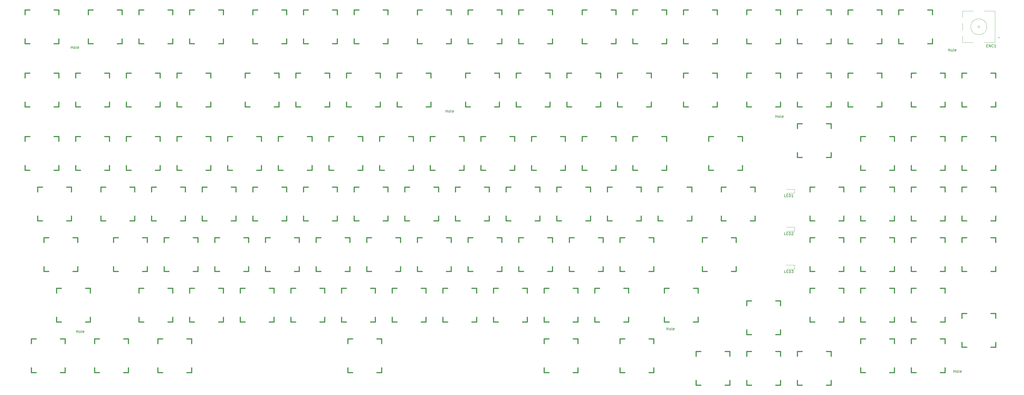
<source format=gto>
G04 #@! TF.GenerationSoftware,KiCad,Pcbnew,(5.0.1)-4*
G04 #@! TF.CreationDate,2018-12-08T05:26:55-08:00*
G04 #@! TF.ProjectId,cbc1,636263312E6B696361645F7063620000,rev?*
G04 #@! TF.SameCoordinates,Original*
G04 #@! TF.FileFunction,Legend,Top*
G04 #@! TF.FilePolarity,Positive*
%FSLAX46Y46*%
G04 Gerber Fmt 4.6, Leading zero omitted, Abs format (unit mm)*
G04 Created by KiCad (PCBNEW (5.0.1)-4) date 12/8/2018 5:26:55 AM*
%MOMM*%
%LPD*%
G01*
G04 APERTURE LIST*
%ADD10C,0.381000*%
%ADD11C,0.120000*%
%ADD12C,0.150000*%
G04 APERTURE END LIST*
D10*
G04 #@! TO.C,K6:5*
X155540750Y-147000000D02*
X157318750Y-147000000D01*
X144618750Y-147000000D02*
X146396750Y-147000000D01*
X144618750Y-148778000D02*
X144618750Y-147000000D01*
X144618750Y-159700000D02*
X144618750Y-157922000D01*
X146396750Y-159700000D02*
X144618750Y-159700000D01*
X157318750Y-159700000D02*
X155540750Y-159700000D01*
X157318750Y-157922000D02*
X157318750Y-159700000D01*
X157318750Y-147000000D02*
X157318750Y-148778000D01*
G04 #@! TO.C,K2:13*
X293050000Y-70800000D02*
X293050000Y-72578000D01*
X293050000Y-81722000D02*
X293050000Y-83500000D01*
X293050000Y-83500000D02*
X291272000Y-83500000D01*
X282128000Y-83500000D02*
X280350000Y-83500000D01*
X280350000Y-83500000D02*
X280350000Y-81722000D01*
X280350000Y-72578000D02*
X280350000Y-70800000D01*
X280350000Y-70800000D02*
X282128000Y-70800000D01*
X291272000Y-70800000D02*
X293050000Y-70800000D01*
G04 #@! TO.C,K0:0*
X35875000Y-23175000D02*
X35875000Y-24953000D01*
X35875000Y-34097000D02*
X35875000Y-35875000D01*
X35875000Y-35875000D02*
X34097000Y-35875000D01*
X24953000Y-35875000D02*
X23175000Y-35875000D01*
X23175000Y-35875000D02*
X23175000Y-34097000D01*
X23175000Y-24953000D02*
X23175000Y-23175000D01*
X23175000Y-23175000D02*
X24953000Y-23175000D01*
X34097000Y-23175000D02*
X35875000Y-23175000D01*
G04 #@! TO.C,K0:1*
X59687500Y-23175000D02*
X59687500Y-24953000D01*
X59687500Y-34097000D02*
X59687500Y-35875000D01*
X59687500Y-35875000D02*
X57909500Y-35875000D01*
X48765500Y-35875000D02*
X46987500Y-35875000D01*
X46987500Y-35875000D02*
X46987500Y-34097000D01*
X46987500Y-24953000D02*
X46987500Y-23175000D01*
X46987500Y-23175000D02*
X48765500Y-23175000D01*
X57909500Y-23175000D02*
X59687500Y-23175000D01*
G04 #@! TO.C,K0:2*
X76959500Y-23175000D02*
X78737500Y-23175000D01*
X66037500Y-23175000D02*
X67815500Y-23175000D01*
X66037500Y-24953000D02*
X66037500Y-23175000D01*
X66037500Y-35875000D02*
X66037500Y-34097000D01*
X67815500Y-35875000D02*
X66037500Y-35875000D01*
X78737500Y-35875000D02*
X76959500Y-35875000D01*
X78737500Y-34097000D02*
X78737500Y-35875000D01*
X78737500Y-23175000D02*
X78737500Y-24953000D01*
G04 #@! TO.C,K0:3*
X96009500Y-23175000D02*
X97787500Y-23175000D01*
X85087500Y-23175000D02*
X86865500Y-23175000D01*
X85087500Y-24953000D02*
X85087500Y-23175000D01*
X85087500Y-35875000D02*
X85087500Y-34097000D01*
X86865500Y-35875000D02*
X85087500Y-35875000D01*
X97787500Y-35875000D02*
X96009500Y-35875000D01*
X97787500Y-34097000D02*
X97787500Y-35875000D01*
X97787500Y-23175000D02*
X97787500Y-24953000D01*
G04 #@! TO.C,K0:4*
X119822000Y-23175000D02*
X121600000Y-23175000D01*
X108900000Y-23175000D02*
X110678000Y-23175000D01*
X108900000Y-24953000D02*
X108900000Y-23175000D01*
X108900000Y-35875000D02*
X108900000Y-34097000D01*
X110678000Y-35875000D02*
X108900000Y-35875000D01*
X121600000Y-35875000D02*
X119822000Y-35875000D01*
X121600000Y-34097000D02*
X121600000Y-35875000D01*
X121600000Y-23175000D02*
X121600000Y-24953000D01*
G04 #@! TO.C,K0:5*
X138872000Y-23175000D02*
X140650000Y-23175000D01*
X127950000Y-23175000D02*
X129728000Y-23175000D01*
X127950000Y-24953000D02*
X127950000Y-23175000D01*
X127950000Y-35875000D02*
X127950000Y-34097000D01*
X129728000Y-35875000D02*
X127950000Y-35875000D01*
X140650000Y-35875000D02*
X138872000Y-35875000D01*
X140650000Y-34097000D02*
X140650000Y-35875000D01*
X140650000Y-23175000D02*
X140650000Y-24953000D01*
G04 #@! TO.C,K0:6*
X159700000Y-23175000D02*
X159700000Y-24953000D01*
X159700000Y-34097000D02*
X159700000Y-35875000D01*
X159700000Y-35875000D02*
X157922000Y-35875000D01*
X148778000Y-35875000D02*
X147000000Y-35875000D01*
X147000000Y-35875000D02*
X147000000Y-34097000D01*
X147000000Y-24953000D02*
X147000000Y-23175000D01*
X147000000Y-23175000D02*
X148778000Y-23175000D01*
X157922000Y-23175000D02*
X159700000Y-23175000D01*
G04 #@! TO.C,K0:7*
X181734500Y-23175000D02*
X183512500Y-23175000D01*
X170812500Y-23175000D02*
X172590500Y-23175000D01*
X170812500Y-24953000D02*
X170812500Y-23175000D01*
X170812500Y-35875000D02*
X170812500Y-34097000D01*
X172590500Y-35875000D02*
X170812500Y-35875000D01*
X183512500Y-35875000D02*
X181734500Y-35875000D01*
X183512500Y-34097000D02*
X183512500Y-35875000D01*
X183512500Y-23175000D02*
X183512500Y-24953000D01*
G04 #@! TO.C,K0:8*
X200784500Y-23175000D02*
X202562500Y-23175000D01*
X189862500Y-23175000D02*
X191640500Y-23175000D01*
X189862500Y-24953000D02*
X189862500Y-23175000D01*
X189862500Y-35875000D02*
X189862500Y-34097000D01*
X191640500Y-35875000D02*
X189862500Y-35875000D01*
X202562500Y-35875000D02*
X200784500Y-35875000D01*
X202562500Y-34097000D02*
X202562500Y-35875000D01*
X202562500Y-23175000D02*
X202562500Y-24953000D01*
G04 #@! TO.C,K0:9*
X221612500Y-23175000D02*
X221612500Y-24953000D01*
X221612500Y-34097000D02*
X221612500Y-35875000D01*
X221612500Y-35875000D02*
X219834500Y-35875000D01*
X210690500Y-35875000D02*
X208912500Y-35875000D01*
X208912500Y-35875000D02*
X208912500Y-34097000D01*
X208912500Y-24953000D02*
X208912500Y-23175000D01*
X208912500Y-23175000D02*
X210690500Y-23175000D01*
X219834500Y-23175000D02*
X221612500Y-23175000D01*
G04 #@! TO.C,K0:10*
X245425000Y-23175000D02*
X245425000Y-24953000D01*
X245425000Y-34097000D02*
X245425000Y-35875000D01*
X245425000Y-35875000D02*
X243647000Y-35875000D01*
X234503000Y-35875000D02*
X232725000Y-35875000D01*
X232725000Y-35875000D02*
X232725000Y-34097000D01*
X232725000Y-24953000D02*
X232725000Y-23175000D01*
X232725000Y-23175000D02*
X234503000Y-23175000D01*
X243647000Y-23175000D02*
X245425000Y-23175000D01*
G04 #@! TO.C,K0:11*
X262697000Y-23175000D02*
X264475000Y-23175000D01*
X251775000Y-23175000D02*
X253553000Y-23175000D01*
X251775000Y-24953000D02*
X251775000Y-23175000D01*
X251775000Y-35875000D02*
X251775000Y-34097000D01*
X253553000Y-35875000D02*
X251775000Y-35875000D01*
X264475000Y-35875000D02*
X262697000Y-35875000D01*
X264475000Y-34097000D02*
X264475000Y-35875000D01*
X264475000Y-23175000D02*
X264475000Y-24953000D01*
G04 #@! TO.C,K0:12*
X281747000Y-23175000D02*
X283525000Y-23175000D01*
X270825000Y-23175000D02*
X272603000Y-23175000D01*
X270825000Y-24953000D02*
X270825000Y-23175000D01*
X270825000Y-35875000D02*
X270825000Y-34097000D01*
X272603000Y-35875000D02*
X270825000Y-35875000D01*
X283525000Y-35875000D02*
X281747000Y-35875000D01*
X283525000Y-34097000D02*
X283525000Y-35875000D01*
X283525000Y-23175000D02*
X283525000Y-24953000D01*
G04 #@! TO.C,K0:13*
X307337500Y-23175000D02*
X307337500Y-24953000D01*
X307337500Y-34097000D02*
X307337500Y-35875000D01*
X307337500Y-35875000D02*
X305559500Y-35875000D01*
X296415500Y-35875000D02*
X294637500Y-35875000D01*
X294637500Y-35875000D02*
X294637500Y-34097000D01*
X294637500Y-24953000D02*
X294637500Y-23175000D01*
X294637500Y-23175000D02*
X296415500Y-23175000D01*
X305559500Y-23175000D02*
X307337500Y-23175000D01*
G04 #@! TO.C,K0:14*
X326387500Y-23175000D02*
X326387500Y-24953000D01*
X326387500Y-34097000D02*
X326387500Y-35875000D01*
X326387500Y-35875000D02*
X324609500Y-35875000D01*
X315465500Y-35875000D02*
X313687500Y-35875000D01*
X313687500Y-35875000D02*
X313687500Y-34097000D01*
X313687500Y-24953000D02*
X313687500Y-23175000D01*
X313687500Y-23175000D02*
X315465500Y-23175000D01*
X324609500Y-23175000D02*
X326387500Y-23175000D01*
G04 #@! TO.C,K0:15*
X343659500Y-23175000D02*
X345437500Y-23175000D01*
X332737500Y-23175000D02*
X334515500Y-23175000D01*
X332737500Y-24953000D02*
X332737500Y-23175000D01*
X332737500Y-35875000D02*
X332737500Y-34097000D01*
X334515500Y-35875000D02*
X332737500Y-35875000D01*
X345437500Y-35875000D02*
X343659500Y-35875000D01*
X345437500Y-34097000D02*
X345437500Y-35875000D01*
X345437500Y-23175000D02*
X345437500Y-24953000D01*
G04 #@! TO.C,K0:16*
X364487500Y-23175000D02*
X364487500Y-24953000D01*
X364487500Y-34097000D02*
X364487500Y-35875000D01*
X364487500Y-35875000D02*
X362709500Y-35875000D01*
X353565500Y-35875000D02*
X351787500Y-35875000D01*
X351787500Y-35875000D02*
X351787500Y-34097000D01*
X351787500Y-24953000D02*
X351787500Y-23175000D01*
X351787500Y-23175000D02*
X353565500Y-23175000D01*
X362709500Y-23175000D02*
X364487500Y-23175000D01*
G04 #@! TO.C,K1:0*
X34097000Y-46987500D02*
X35875000Y-46987500D01*
X23175000Y-46987500D02*
X24953000Y-46987500D01*
X23175000Y-48765500D02*
X23175000Y-46987500D01*
X23175000Y-59687500D02*
X23175000Y-57909500D01*
X24953000Y-59687500D02*
X23175000Y-59687500D01*
X35875000Y-59687500D02*
X34097000Y-59687500D01*
X35875000Y-57909500D02*
X35875000Y-59687500D01*
X35875000Y-46987500D02*
X35875000Y-48765500D01*
G04 #@! TO.C,K1:1*
X54925000Y-46987500D02*
X54925000Y-48765500D01*
X54925000Y-57909500D02*
X54925000Y-59687500D01*
X54925000Y-59687500D02*
X53147000Y-59687500D01*
X44003000Y-59687500D02*
X42225000Y-59687500D01*
X42225000Y-59687500D02*
X42225000Y-57909500D01*
X42225000Y-48765500D02*
X42225000Y-46987500D01*
X42225000Y-46987500D02*
X44003000Y-46987500D01*
X53147000Y-46987500D02*
X54925000Y-46987500D01*
G04 #@! TO.C,K1:2*
X72197000Y-46987500D02*
X73975000Y-46987500D01*
X61275000Y-46987500D02*
X63053000Y-46987500D01*
X61275000Y-48765500D02*
X61275000Y-46987500D01*
X61275000Y-59687500D02*
X61275000Y-57909500D01*
X63053000Y-59687500D02*
X61275000Y-59687500D01*
X73975000Y-59687500D02*
X72197000Y-59687500D01*
X73975000Y-57909500D02*
X73975000Y-59687500D01*
X73975000Y-46987500D02*
X73975000Y-48765500D01*
G04 #@! TO.C,K1:3*
X91247000Y-46987500D02*
X93025000Y-46987500D01*
X80325000Y-46987500D02*
X82103000Y-46987500D01*
X80325000Y-48765500D02*
X80325000Y-46987500D01*
X80325000Y-59687500D02*
X80325000Y-57909500D01*
X82103000Y-59687500D02*
X80325000Y-59687500D01*
X93025000Y-59687500D02*
X91247000Y-59687500D01*
X93025000Y-57909500D02*
X93025000Y-59687500D01*
X93025000Y-46987500D02*
X93025000Y-48765500D01*
G04 #@! TO.C,K1:4*
X118742500Y-46987500D02*
X118742500Y-48765500D01*
X118742500Y-57909500D02*
X118742500Y-59687500D01*
X118742500Y-59687500D02*
X116964500Y-59687500D01*
X107820500Y-59687500D02*
X106042500Y-59687500D01*
X106042500Y-59687500D02*
X106042500Y-57909500D01*
X106042500Y-48765500D02*
X106042500Y-46987500D01*
X106042500Y-46987500D02*
X107820500Y-46987500D01*
X116964500Y-46987500D02*
X118742500Y-46987500D01*
G04 #@! TO.C,K1:5*
X137792500Y-46987500D02*
X137792500Y-48765500D01*
X137792500Y-57909500D02*
X137792500Y-59687500D01*
X137792500Y-59687500D02*
X136014500Y-59687500D01*
X126870500Y-59687500D02*
X125092500Y-59687500D01*
X125092500Y-59687500D02*
X125092500Y-57909500D01*
X125092500Y-48765500D02*
X125092500Y-46987500D01*
X125092500Y-46987500D02*
X126870500Y-46987500D01*
X136014500Y-46987500D02*
X137792500Y-46987500D01*
G04 #@! TO.C,K1:6*
X155064500Y-46987500D02*
X156842500Y-46987500D01*
X144142500Y-46987500D02*
X145920500Y-46987500D01*
X144142500Y-48765500D02*
X144142500Y-46987500D01*
X144142500Y-59687500D02*
X144142500Y-57909500D01*
X145920500Y-59687500D02*
X144142500Y-59687500D01*
X156842500Y-59687500D02*
X155064500Y-59687500D01*
X156842500Y-57909500D02*
X156842500Y-59687500D01*
X156842500Y-46987500D02*
X156842500Y-48765500D01*
G04 #@! TO.C,K1:7*
X175892500Y-46987500D02*
X175892500Y-48765500D01*
X175892500Y-57909500D02*
X175892500Y-59687500D01*
X175892500Y-59687500D02*
X174114500Y-59687500D01*
X164970500Y-59687500D02*
X163192500Y-59687500D01*
X163192500Y-59687500D02*
X163192500Y-57909500D01*
X163192500Y-48765500D02*
X163192500Y-46987500D01*
X163192500Y-46987500D02*
X164970500Y-46987500D01*
X174114500Y-46987500D02*
X175892500Y-46987500D01*
G04 #@! TO.C,K1:8*
X199832000Y-46987500D02*
X201610000Y-46987500D01*
X188910000Y-46987500D02*
X190688000Y-46987500D01*
X188910000Y-48765500D02*
X188910000Y-46987500D01*
X188910000Y-59687500D02*
X188910000Y-57909500D01*
X190688000Y-59687500D02*
X188910000Y-59687500D01*
X201610000Y-59687500D02*
X199832000Y-59687500D01*
X201610000Y-57909500D02*
X201610000Y-59687500D01*
X201610000Y-46987500D02*
X201610000Y-48765500D01*
G04 #@! TO.C,K1:9*
X218882000Y-46987500D02*
X220660000Y-46987500D01*
X207960000Y-46987500D02*
X209738000Y-46987500D01*
X207960000Y-48765500D02*
X207960000Y-46987500D01*
X207960000Y-59687500D02*
X207960000Y-57909500D01*
X209738000Y-59687500D02*
X207960000Y-59687500D01*
X220660000Y-59687500D02*
X218882000Y-59687500D01*
X220660000Y-57909500D02*
X220660000Y-59687500D01*
X220660000Y-46987500D02*
X220660000Y-48765500D01*
G04 #@! TO.C,K1:10*
X237932000Y-46987500D02*
X239710000Y-46987500D01*
X227010000Y-46987500D02*
X228788000Y-46987500D01*
X227010000Y-48765500D02*
X227010000Y-46987500D01*
X227010000Y-59687500D02*
X227010000Y-57909500D01*
X228788000Y-59687500D02*
X227010000Y-59687500D01*
X239710000Y-59687500D02*
X237932000Y-59687500D01*
X239710000Y-57909500D02*
X239710000Y-59687500D01*
X239710000Y-46987500D02*
X239710000Y-48765500D01*
G04 #@! TO.C,K1:11*
X258760000Y-46987500D02*
X258760000Y-48765500D01*
X258760000Y-57909500D02*
X258760000Y-59687500D01*
X258760000Y-59687500D02*
X256982000Y-59687500D01*
X247838000Y-59687500D02*
X246060000Y-59687500D01*
X246060000Y-59687500D02*
X246060000Y-57909500D01*
X246060000Y-48765500D02*
X246060000Y-46987500D01*
X246060000Y-46987500D02*
X247838000Y-46987500D01*
X256982000Y-46987500D02*
X258760000Y-46987500D01*
G04 #@! TO.C,K1:12*
X283525000Y-46987500D02*
X283525000Y-48765500D01*
X283525000Y-57909500D02*
X283525000Y-59687500D01*
X283525000Y-59687500D02*
X281747000Y-59687500D01*
X272603000Y-59687500D02*
X270825000Y-59687500D01*
X270825000Y-59687500D02*
X270825000Y-57909500D01*
X270825000Y-48765500D02*
X270825000Y-46987500D01*
X270825000Y-46987500D02*
X272603000Y-46987500D01*
X281747000Y-46987500D02*
X283525000Y-46987500D01*
G04 #@! TO.C,K1:13*
X307337500Y-46987500D02*
X307337500Y-48765500D01*
X307337500Y-57909500D02*
X307337500Y-59687500D01*
X307337500Y-59687500D02*
X305559500Y-59687500D01*
X296415500Y-59687500D02*
X294637500Y-59687500D01*
X294637500Y-59687500D02*
X294637500Y-57909500D01*
X294637500Y-48765500D02*
X294637500Y-46987500D01*
X294637500Y-46987500D02*
X296415500Y-46987500D01*
X305559500Y-46987500D02*
X307337500Y-46987500D01*
G04 #@! TO.C,K1:14*
X324609500Y-46987500D02*
X326387500Y-46987500D01*
X313687500Y-46987500D02*
X315465500Y-46987500D01*
X313687500Y-48765500D02*
X313687500Y-46987500D01*
X313687500Y-59687500D02*
X313687500Y-57909500D01*
X315465500Y-59687500D02*
X313687500Y-59687500D01*
X326387500Y-59687500D02*
X324609500Y-59687500D01*
X326387500Y-57909500D02*
X326387500Y-59687500D01*
X326387500Y-46987500D02*
X326387500Y-48765500D01*
G04 #@! TO.C,K1:15*
X345437500Y-46987500D02*
X345437500Y-48765500D01*
X345437500Y-57909500D02*
X345437500Y-59687500D01*
X345437500Y-59687500D02*
X343659500Y-59687500D01*
X334515500Y-59687500D02*
X332737500Y-59687500D01*
X332737500Y-59687500D02*
X332737500Y-57909500D01*
X332737500Y-48765500D02*
X332737500Y-46987500D01*
X332737500Y-46987500D02*
X334515500Y-46987500D01*
X343659500Y-46987500D02*
X345437500Y-46987500D01*
G04 #@! TO.C,K1:16*
X367472000Y-46987500D02*
X369250000Y-46987500D01*
X356550000Y-46987500D02*
X358328000Y-46987500D01*
X356550000Y-48765500D02*
X356550000Y-46987500D01*
X356550000Y-59687500D02*
X356550000Y-57909500D01*
X358328000Y-59687500D02*
X356550000Y-59687500D01*
X369250000Y-59687500D02*
X367472000Y-59687500D01*
X369250000Y-57909500D02*
X369250000Y-59687500D01*
X369250000Y-46987500D02*
X369250000Y-48765500D01*
G04 #@! TO.C,K1:17*
X388300000Y-46987500D02*
X388300000Y-48765500D01*
X388300000Y-57909500D02*
X388300000Y-59687500D01*
X388300000Y-59687500D02*
X386522000Y-59687500D01*
X377378000Y-59687500D02*
X375600000Y-59687500D01*
X375600000Y-59687500D02*
X375600000Y-57909500D01*
X375600000Y-48765500D02*
X375600000Y-46987500D01*
X375600000Y-46987500D02*
X377378000Y-46987500D01*
X386522000Y-46987500D02*
X388300000Y-46987500D01*
G04 #@! TO.C,K2:0*
X35875000Y-70800000D02*
X35875000Y-72578000D01*
X35875000Y-81722000D02*
X35875000Y-83500000D01*
X35875000Y-83500000D02*
X34097000Y-83500000D01*
X24953000Y-83500000D02*
X23175000Y-83500000D01*
X23175000Y-83500000D02*
X23175000Y-81722000D01*
X23175000Y-72578000D02*
X23175000Y-70800000D01*
X23175000Y-70800000D02*
X24953000Y-70800000D01*
X34097000Y-70800000D02*
X35875000Y-70800000D01*
G04 #@! TO.C,K2:1*
X53147000Y-70800000D02*
X54925000Y-70800000D01*
X42225000Y-70800000D02*
X44003000Y-70800000D01*
X42225000Y-72578000D02*
X42225000Y-70800000D01*
X42225000Y-83500000D02*
X42225000Y-81722000D01*
X44003000Y-83500000D02*
X42225000Y-83500000D01*
X54925000Y-83500000D02*
X53147000Y-83500000D01*
X54925000Y-81722000D02*
X54925000Y-83500000D01*
X54925000Y-70800000D02*
X54925000Y-72578000D01*
G04 #@! TO.C,K2:2*
X72197000Y-70800000D02*
X73975000Y-70800000D01*
X61275000Y-70800000D02*
X63053000Y-70800000D01*
X61275000Y-72578000D02*
X61275000Y-70800000D01*
X61275000Y-83500000D02*
X61275000Y-81722000D01*
X63053000Y-83500000D02*
X61275000Y-83500000D01*
X73975000Y-83500000D02*
X72197000Y-83500000D01*
X73975000Y-81722000D02*
X73975000Y-83500000D01*
X73975000Y-70800000D02*
X73975000Y-72578000D01*
G04 #@! TO.C,K2:3*
X91247000Y-70800000D02*
X93025000Y-70800000D01*
X80325000Y-70800000D02*
X82103000Y-70800000D01*
X80325000Y-72578000D02*
X80325000Y-70800000D01*
X80325000Y-83500000D02*
X80325000Y-81722000D01*
X82103000Y-83500000D02*
X80325000Y-83500000D01*
X93025000Y-83500000D02*
X91247000Y-83500000D01*
X93025000Y-81722000D02*
X93025000Y-83500000D01*
X93025000Y-70800000D02*
X93025000Y-72578000D01*
G04 #@! TO.C,K2:4*
X112075000Y-70800000D02*
X112075000Y-72578000D01*
X112075000Y-81722000D02*
X112075000Y-83500000D01*
X112075000Y-83500000D02*
X110297000Y-83500000D01*
X101153000Y-83500000D02*
X99375000Y-83500000D01*
X99375000Y-83500000D02*
X99375000Y-81722000D01*
X99375000Y-72578000D02*
X99375000Y-70800000D01*
X99375000Y-70800000D02*
X101153000Y-70800000D01*
X110297000Y-70800000D02*
X112075000Y-70800000D01*
G04 #@! TO.C,K2:5*
X129347000Y-70800000D02*
X131125000Y-70800000D01*
X118425000Y-70800000D02*
X120203000Y-70800000D01*
X118425000Y-72578000D02*
X118425000Y-70800000D01*
X118425000Y-83500000D02*
X118425000Y-81722000D01*
X120203000Y-83500000D02*
X118425000Y-83500000D01*
X131125000Y-83500000D02*
X129347000Y-83500000D01*
X131125000Y-81722000D02*
X131125000Y-83500000D01*
X131125000Y-70800000D02*
X131125000Y-72578000D01*
G04 #@! TO.C,K2:6*
X148397000Y-70800000D02*
X150175000Y-70800000D01*
X137475000Y-70800000D02*
X139253000Y-70800000D01*
X137475000Y-72578000D02*
X137475000Y-70800000D01*
X137475000Y-83500000D02*
X137475000Y-81722000D01*
X139253000Y-83500000D02*
X137475000Y-83500000D01*
X150175000Y-83500000D02*
X148397000Y-83500000D01*
X150175000Y-81722000D02*
X150175000Y-83500000D01*
X150175000Y-70800000D02*
X150175000Y-72578000D01*
G04 #@! TO.C,K2:7*
X169225000Y-70800000D02*
X169225000Y-72578000D01*
X169225000Y-81722000D02*
X169225000Y-83500000D01*
X169225000Y-83500000D02*
X167447000Y-83500000D01*
X158303000Y-83500000D02*
X156525000Y-83500000D01*
X156525000Y-83500000D02*
X156525000Y-81722000D01*
X156525000Y-72578000D02*
X156525000Y-70800000D01*
X156525000Y-70800000D02*
X158303000Y-70800000D01*
X167447000Y-70800000D02*
X169225000Y-70800000D01*
G04 #@! TO.C,K2:8*
X188275000Y-70800000D02*
X188275000Y-72578000D01*
X188275000Y-81722000D02*
X188275000Y-83500000D01*
X188275000Y-83500000D02*
X186497000Y-83500000D01*
X177353000Y-83500000D02*
X175575000Y-83500000D01*
X175575000Y-83500000D02*
X175575000Y-81722000D01*
X175575000Y-72578000D02*
X175575000Y-70800000D01*
X175575000Y-70800000D02*
X177353000Y-70800000D01*
X186497000Y-70800000D02*
X188275000Y-70800000D01*
G04 #@! TO.C,K2:9*
X205547000Y-70800000D02*
X207325000Y-70800000D01*
X194625000Y-70800000D02*
X196403000Y-70800000D01*
X194625000Y-72578000D02*
X194625000Y-70800000D01*
X194625000Y-83500000D02*
X194625000Y-81722000D01*
X196403000Y-83500000D02*
X194625000Y-83500000D01*
X207325000Y-83500000D02*
X205547000Y-83500000D01*
X207325000Y-81722000D02*
X207325000Y-83500000D01*
X207325000Y-70800000D02*
X207325000Y-72578000D01*
G04 #@! TO.C,K2:10*
X224597000Y-70800000D02*
X226375000Y-70800000D01*
X213675000Y-70800000D02*
X215453000Y-70800000D01*
X213675000Y-72578000D02*
X213675000Y-70800000D01*
X213675000Y-83500000D02*
X213675000Y-81722000D01*
X215453000Y-83500000D02*
X213675000Y-83500000D01*
X226375000Y-83500000D02*
X224597000Y-83500000D01*
X226375000Y-81722000D02*
X226375000Y-83500000D01*
X226375000Y-70800000D02*
X226375000Y-72578000D01*
G04 #@! TO.C,K2:11*
X243647000Y-70800000D02*
X245425000Y-70800000D01*
X232725000Y-70800000D02*
X234503000Y-70800000D01*
X232725000Y-72578000D02*
X232725000Y-70800000D01*
X232725000Y-83500000D02*
X232725000Y-81722000D01*
X234503000Y-83500000D02*
X232725000Y-83500000D01*
X245425000Y-83500000D02*
X243647000Y-83500000D01*
X245425000Y-81722000D02*
X245425000Y-83500000D01*
X245425000Y-70800000D02*
X245425000Y-72578000D01*
G04 #@! TO.C,K2:12*
X264475000Y-70800000D02*
X264475000Y-72578000D01*
X264475000Y-81722000D02*
X264475000Y-83500000D01*
X264475000Y-83500000D02*
X262697000Y-83500000D01*
X253553000Y-83500000D02*
X251775000Y-83500000D01*
X251775000Y-83500000D02*
X251775000Y-81722000D01*
X251775000Y-72578000D02*
X251775000Y-70800000D01*
X251775000Y-70800000D02*
X253553000Y-70800000D01*
X262697000Y-70800000D02*
X264475000Y-70800000D01*
G04 #@! TO.C,K2:14*
X326387500Y-66037500D02*
X326387500Y-67815500D01*
X326387500Y-76959500D02*
X326387500Y-78737500D01*
X326387500Y-78737500D02*
X324609500Y-78737500D01*
X315465500Y-78737500D02*
X313687500Y-78737500D01*
X313687500Y-78737500D02*
X313687500Y-76959500D01*
X313687500Y-67815500D02*
X313687500Y-66037500D01*
X313687500Y-66037500D02*
X315465500Y-66037500D01*
X324609500Y-66037500D02*
X326387500Y-66037500D01*
G04 #@! TO.C,K2:15*
X350200000Y-70800000D02*
X350200000Y-72578000D01*
X350200000Y-81722000D02*
X350200000Y-83500000D01*
X350200000Y-83500000D02*
X348422000Y-83500000D01*
X339278000Y-83500000D02*
X337500000Y-83500000D01*
X337500000Y-83500000D02*
X337500000Y-81722000D01*
X337500000Y-72578000D02*
X337500000Y-70800000D01*
X337500000Y-70800000D02*
X339278000Y-70800000D01*
X348422000Y-70800000D02*
X350200000Y-70800000D01*
G04 #@! TO.C,K2:16*
X369250000Y-70800000D02*
X369250000Y-72578000D01*
X369250000Y-81722000D02*
X369250000Y-83500000D01*
X369250000Y-83500000D02*
X367472000Y-83500000D01*
X358328000Y-83500000D02*
X356550000Y-83500000D01*
X356550000Y-83500000D02*
X356550000Y-81722000D01*
X356550000Y-72578000D02*
X356550000Y-70800000D01*
X356550000Y-70800000D02*
X358328000Y-70800000D01*
X367472000Y-70800000D02*
X369250000Y-70800000D01*
G04 #@! TO.C,K2:17*
X386522000Y-70800000D02*
X388300000Y-70800000D01*
X375600000Y-70800000D02*
X377378000Y-70800000D01*
X375600000Y-72578000D02*
X375600000Y-70800000D01*
X375600000Y-83500000D02*
X375600000Y-81722000D01*
X377378000Y-83500000D02*
X375600000Y-83500000D01*
X388300000Y-83500000D02*
X386522000Y-83500000D01*
X388300000Y-81722000D02*
X388300000Y-83500000D01*
X388300000Y-70800000D02*
X388300000Y-72578000D01*
G04 #@! TO.C,K3:0*
X38859500Y-89850000D02*
X40637500Y-89850000D01*
X27937500Y-89850000D02*
X29715500Y-89850000D01*
X27937500Y-91628000D02*
X27937500Y-89850000D01*
X27937500Y-102550000D02*
X27937500Y-100772000D01*
X29715500Y-102550000D02*
X27937500Y-102550000D01*
X40637500Y-102550000D02*
X38859500Y-102550000D01*
X40637500Y-100772000D02*
X40637500Y-102550000D01*
X40637500Y-89850000D02*
X40637500Y-91628000D01*
G04 #@! TO.C,K3:1*
X64450000Y-89850000D02*
X64450000Y-91628000D01*
X64450000Y-100772000D02*
X64450000Y-102550000D01*
X64450000Y-102550000D02*
X62672000Y-102550000D01*
X53528000Y-102550000D02*
X51750000Y-102550000D01*
X51750000Y-102550000D02*
X51750000Y-100772000D01*
X51750000Y-91628000D02*
X51750000Y-89850000D01*
X51750000Y-89850000D02*
X53528000Y-89850000D01*
X62672000Y-89850000D02*
X64450000Y-89850000D01*
G04 #@! TO.C,K3:2*
X83500000Y-89850000D02*
X83500000Y-91628000D01*
X83500000Y-100772000D02*
X83500000Y-102550000D01*
X83500000Y-102550000D02*
X81722000Y-102550000D01*
X72578000Y-102550000D02*
X70800000Y-102550000D01*
X70800000Y-102550000D02*
X70800000Y-100772000D01*
X70800000Y-91628000D02*
X70800000Y-89850000D01*
X70800000Y-89850000D02*
X72578000Y-89850000D01*
X81722000Y-89850000D02*
X83500000Y-89850000D01*
G04 #@! TO.C,K3:3*
X100772000Y-89850000D02*
X102550000Y-89850000D01*
X89850000Y-89850000D02*
X91628000Y-89850000D01*
X89850000Y-91628000D02*
X89850000Y-89850000D01*
X89850000Y-102550000D02*
X89850000Y-100772000D01*
X91628000Y-102550000D02*
X89850000Y-102550000D01*
X102550000Y-102550000D02*
X100772000Y-102550000D01*
X102550000Y-100772000D02*
X102550000Y-102550000D01*
X102550000Y-89850000D02*
X102550000Y-91628000D01*
G04 #@! TO.C,K3:4*
X121600000Y-89850000D02*
X121600000Y-91628000D01*
X121600000Y-100772000D02*
X121600000Y-102550000D01*
X121600000Y-102550000D02*
X119822000Y-102550000D01*
X110678000Y-102550000D02*
X108900000Y-102550000D01*
X108900000Y-102550000D02*
X108900000Y-100772000D01*
X108900000Y-91628000D02*
X108900000Y-89850000D01*
X108900000Y-89850000D02*
X110678000Y-89850000D01*
X119822000Y-89850000D02*
X121600000Y-89850000D01*
G04 #@! TO.C,K3:5*
X138872000Y-89850000D02*
X140650000Y-89850000D01*
X127950000Y-89850000D02*
X129728000Y-89850000D01*
X127950000Y-91628000D02*
X127950000Y-89850000D01*
X127950000Y-102550000D02*
X127950000Y-100772000D01*
X129728000Y-102550000D02*
X127950000Y-102550000D01*
X140650000Y-102550000D02*
X138872000Y-102550000D01*
X140650000Y-100772000D02*
X140650000Y-102550000D01*
X140650000Y-89850000D02*
X140650000Y-91628000D01*
G04 #@! TO.C,K3:6*
X157922000Y-89850000D02*
X159700000Y-89850000D01*
X147000000Y-89850000D02*
X148778000Y-89850000D01*
X147000000Y-91628000D02*
X147000000Y-89850000D01*
X147000000Y-102550000D02*
X147000000Y-100772000D01*
X148778000Y-102550000D02*
X147000000Y-102550000D01*
X159700000Y-102550000D02*
X157922000Y-102550000D01*
X159700000Y-100772000D02*
X159700000Y-102550000D01*
X159700000Y-89850000D02*
X159700000Y-91628000D01*
G04 #@! TO.C,K3:7*
X178750000Y-89850000D02*
X178750000Y-91628000D01*
X178750000Y-100772000D02*
X178750000Y-102550000D01*
X178750000Y-102550000D02*
X176972000Y-102550000D01*
X167828000Y-102550000D02*
X166050000Y-102550000D01*
X166050000Y-102550000D02*
X166050000Y-100772000D01*
X166050000Y-91628000D02*
X166050000Y-89850000D01*
X166050000Y-89850000D02*
X167828000Y-89850000D01*
X176972000Y-89850000D02*
X178750000Y-89850000D01*
G04 #@! TO.C,K3:8*
X197800000Y-89850000D02*
X197800000Y-91628000D01*
X197800000Y-100772000D02*
X197800000Y-102550000D01*
X197800000Y-102550000D02*
X196022000Y-102550000D01*
X186878000Y-102550000D02*
X185100000Y-102550000D01*
X185100000Y-102550000D02*
X185100000Y-100772000D01*
X185100000Y-91628000D02*
X185100000Y-89850000D01*
X185100000Y-89850000D02*
X186878000Y-89850000D01*
X196022000Y-89850000D02*
X197800000Y-89850000D01*
G04 #@! TO.C,K3:9*
X215072000Y-89850000D02*
X216850000Y-89850000D01*
X204150000Y-89850000D02*
X205928000Y-89850000D01*
X204150000Y-91628000D02*
X204150000Y-89850000D01*
X204150000Y-102550000D02*
X204150000Y-100772000D01*
X205928000Y-102550000D02*
X204150000Y-102550000D01*
X216850000Y-102550000D02*
X215072000Y-102550000D01*
X216850000Y-100772000D02*
X216850000Y-102550000D01*
X216850000Y-89850000D02*
X216850000Y-91628000D01*
G04 #@! TO.C,K3:10*
X235900000Y-89850000D02*
X235900000Y-91628000D01*
X235900000Y-100772000D02*
X235900000Y-102550000D01*
X235900000Y-102550000D02*
X234122000Y-102550000D01*
X224978000Y-102550000D02*
X223200000Y-102550000D01*
X223200000Y-102550000D02*
X223200000Y-100772000D01*
X223200000Y-91628000D02*
X223200000Y-89850000D01*
X223200000Y-89850000D02*
X224978000Y-89850000D01*
X234122000Y-89850000D02*
X235900000Y-89850000D01*
G04 #@! TO.C,K3:11*
X254950000Y-89850000D02*
X254950000Y-91628000D01*
X254950000Y-100772000D02*
X254950000Y-102550000D01*
X254950000Y-102550000D02*
X253172000Y-102550000D01*
X244028000Y-102550000D02*
X242250000Y-102550000D01*
X242250000Y-102550000D02*
X242250000Y-100772000D01*
X242250000Y-91628000D02*
X242250000Y-89850000D01*
X242250000Y-89850000D02*
X244028000Y-89850000D01*
X253172000Y-89850000D02*
X254950000Y-89850000D01*
G04 #@! TO.C,K3:12*
X274000000Y-89850000D02*
X274000000Y-91628000D01*
X274000000Y-100772000D02*
X274000000Y-102550000D01*
X274000000Y-102550000D02*
X272222000Y-102550000D01*
X263078000Y-102550000D02*
X261300000Y-102550000D01*
X261300000Y-102550000D02*
X261300000Y-100772000D01*
X261300000Y-91628000D02*
X261300000Y-89850000D01*
X261300000Y-89850000D02*
X263078000Y-89850000D01*
X272222000Y-89850000D02*
X274000000Y-89850000D01*
G04 #@! TO.C,K3:13*
X296034500Y-89850000D02*
X297812500Y-89850000D01*
X285112500Y-89850000D02*
X286890500Y-89850000D01*
X285112500Y-91628000D02*
X285112500Y-89850000D01*
X285112500Y-102550000D02*
X285112500Y-100772000D01*
X286890500Y-102550000D02*
X285112500Y-102550000D01*
X297812500Y-102550000D02*
X296034500Y-102550000D01*
X297812500Y-100772000D02*
X297812500Y-102550000D01*
X297812500Y-89850000D02*
X297812500Y-91628000D01*
G04 #@! TO.C,K3:14*
X331150000Y-89850000D02*
X331150000Y-91628000D01*
X331150000Y-100772000D02*
X331150000Y-102550000D01*
X331150000Y-102550000D02*
X329372000Y-102550000D01*
X320228000Y-102550000D02*
X318450000Y-102550000D01*
X318450000Y-102550000D02*
X318450000Y-100772000D01*
X318450000Y-91628000D02*
X318450000Y-89850000D01*
X318450000Y-89850000D02*
X320228000Y-89850000D01*
X329372000Y-89850000D02*
X331150000Y-89850000D01*
G04 #@! TO.C,K3:15*
X348422000Y-89850000D02*
X350200000Y-89850000D01*
X337500000Y-89850000D02*
X339278000Y-89850000D01*
X337500000Y-91628000D02*
X337500000Y-89850000D01*
X337500000Y-102550000D02*
X337500000Y-100772000D01*
X339278000Y-102550000D02*
X337500000Y-102550000D01*
X350200000Y-102550000D02*
X348422000Y-102550000D01*
X350200000Y-100772000D02*
X350200000Y-102550000D01*
X350200000Y-89850000D02*
X350200000Y-91628000D01*
G04 #@! TO.C,K3:16*
X367472000Y-89850000D02*
X369250000Y-89850000D01*
X356550000Y-89850000D02*
X358328000Y-89850000D01*
X356550000Y-91628000D02*
X356550000Y-89850000D01*
X356550000Y-102550000D02*
X356550000Y-100772000D01*
X358328000Y-102550000D02*
X356550000Y-102550000D01*
X369250000Y-102550000D02*
X367472000Y-102550000D01*
X369250000Y-100772000D02*
X369250000Y-102550000D01*
X369250000Y-89850000D02*
X369250000Y-91628000D01*
G04 #@! TO.C,K3:17*
X388300000Y-89850000D02*
X388300000Y-91628000D01*
X388300000Y-100772000D02*
X388300000Y-102550000D01*
X388300000Y-102550000D02*
X386522000Y-102550000D01*
X377378000Y-102550000D02*
X375600000Y-102550000D01*
X375600000Y-102550000D02*
X375600000Y-100772000D01*
X375600000Y-91628000D02*
X375600000Y-89850000D01*
X375600000Y-89850000D02*
X377378000Y-89850000D01*
X386522000Y-89850000D02*
X388300000Y-89850000D01*
G04 #@! TO.C,K4:0*
X43018750Y-108900000D02*
X43018750Y-110678000D01*
X43018750Y-119822000D02*
X43018750Y-121600000D01*
X43018750Y-121600000D02*
X41240750Y-121600000D01*
X32096750Y-121600000D02*
X30318750Y-121600000D01*
X30318750Y-121600000D02*
X30318750Y-119822000D01*
X30318750Y-110678000D02*
X30318750Y-108900000D01*
X30318750Y-108900000D02*
X32096750Y-108900000D01*
X41240750Y-108900000D02*
X43018750Y-108900000D01*
G04 #@! TO.C,K4:1*
X69212500Y-108900000D02*
X69212500Y-110678000D01*
X69212500Y-119822000D02*
X69212500Y-121600000D01*
X69212500Y-121600000D02*
X67434500Y-121600000D01*
X58290500Y-121600000D02*
X56512500Y-121600000D01*
X56512500Y-121600000D02*
X56512500Y-119822000D01*
X56512500Y-110678000D02*
X56512500Y-108900000D01*
X56512500Y-108900000D02*
X58290500Y-108900000D01*
X67434500Y-108900000D02*
X69212500Y-108900000D01*
G04 #@! TO.C,K4:2*
X88262500Y-108900000D02*
X88262500Y-110678000D01*
X88262500Y-119822000D02*
X88262500Y-121600000D01*
X88262500Y-121600000D02*
X86484500Y-121600000D01*
X77340500Y-121600000D02*
X75562500Y-121600000D01*
X75562500Y-121600000D02*
X75562500Y-119822000D01*
X75562500Y-110678000D02*
X75562500Y-108900000D01*
X75562500Y-108900000D02*
X77340500Y-108900000D01*
X86484500Y-108900000D02*
X88262500Y-108900000D01*
G04 #@! TO.C,K4:3*
X105534500Y-108900000D02*
X107312500Y-108900000D01*
X94612500Y-108900000D02*
X96390500Y-108900000D01*
X94612500Y-110678000D02*
X94612500Y-108900000D01*
X94612500Y-121600000D02*
X94612500Y-119822000D01*
X96390500Y-121600000D02*
X94612500Y-121600000D01*
X107312500Y-121600000D02*
X105534500Y-121600000D01*
X107312500Y-119822000D02*
X107312500Y-121600000D01*
X107312500Y-108900000D02*
X107312500Y-110678000D01*
G04 #@! TO.C,K4:4*
X124584500Y-108900000D02*
X126362500Y-108900000D01*
X113662500Y-108900000D02*
X115440500Y-108900000D01*
X113662500Y-110678000D02*
X113662500Y-108900000D01*
X113662500Y-121600000D02*
X113662500Y-119822000D01*
X115440500Y-121600000D02*
X113662500Y-121600000D01*
X126362500Y-121600000D02*
X124584500Y-121600000D01*
X126362500Y-119822000D02*
X126362500Y-121600000D01*
X126362500Y-108900000D02*
X126362500Y-110678000D01*
G04 #@! TO.C,K4:5*
X143634500Y-108900000D02*
X145412500Y-108900000D01*
X132712500Y-108900000D02*
X134490500Y-108900000D01*
X132712500Y-110678000D02*
X132712500Y-108900000D01*
X132712500Y-121600000D02*
X132712500Y-119822000D01*
X134490500Y-121600000D02*
X132712500Y-121600000D01*
X145412500Y-121600000D02*
X143634500Y-121600000D01*
X145412500Y-119822000D02*
X145412500Y-121600000D01*
X145412500Y-108900000D02*
X145412500Y-110678000D01*
G04 #@! TO.C,K4:6*
X164462500Y-108900000D02*
X164462500Y-110678000D01*
X164462500Y-119822000D02*
X164462500Y-121600000D01*
X164462500Y-121600000D02*
X162684500Y-121600000D01*
X153540500Y-121600000D02*
X151762500Y-121600000D01*
X151762500Y-121600000D02*
X151762500Y-119822000D01*
X151762500Y-110678000D02*
X151762500Y-108900000D01*
X151762500Y-108900000D02*
X153540500Y-108900000D01*
X162684500Y-108900000D02*
X164462500Y-108900000D01*
G04 #@! TO.C,K4:7*
X181734500Y-108900000D02*
X183512500Y-108900000D01*
X170812500Y-108900000D02*
X172590500Y-108900000D01*
X170812500Y-110678000D02*
X170812500Y-108900000D01*
X170812500Y-121600000D02*
X170812500Y-119822000D01*
X172590500Y-121600000D02*
X170812500Y-121600000D01*
X183512500Y-121600000D02*
X181734500Y-121600000D01*
X183512500Y-119822000D02*
X183512500Y-121600000D01*
X183512500Y-108900000D02*
X183512500Y-110678000D01*
G04 #@! TO.C,K4:8*
X200784500Y-108900000D02*
X202562500Y-108900000D01*
X189862500Y-108900000D02*
X191640500Y-108900000D01*
X189862500Y-110678000D02*
X189862500Y-108900000D01*
X189862500Y-121600000D02*
X189862500Y-119822000D01*
X191640500Y-121600000D02*
X189862500Y-121600000D01*
X202562500Y-121600000D02*
X200784500Y-121600000D01*
X202562500Y-119822000D02*
X202562500Y-121600000D01*
X202562500Y-108900000D02*
X202562500Y-110678000D01*
G04 #@! TO.C,K4:9*
X221612500Y-108900000D02*
X221612500Y-110678000D01*
X221612500Y-119822000D02*
X221612500Y-121600000D01*
X221612500Y-121600000D02*
X219834500Y-121600000D01*
X210690500Y-121600000D02*
X208912500Y-121600000D01*
X208912500Y-121600000D02*
X208912500Y-119822000D01*
X208912500Y-110678000D02*
X208912500Y-108900000D01*
X208912500Y-108900000D02*
X210690500Y-108900000D01*
X219834500Y-108900000D02*
X221612500Y-108900000D01*
G04 #@! TO.C,K4:10*
X238884500Y-108900000D02*
X240662500Y-108900000D01*
X227962500Y-108900000D02*
X229740500Y-108900000D01*
X227962500Y-110678000D02*
X227962500Y-108900000D01*
X227962500Y-121600000D02*
X227962500Y-119822000D01*
X229740500Y-121600000D02*
X227962500Y-121600000D01*
X240662500Y-121600000D02*
X238884500Y-121600000D01*
X240662500Y-119822000D02*
X240662500Y-121600000D01*
X240662500Y-108900000D02*
X240662500Y-110678000D01*
G04 #@! TO.C,K4:11*
X259712500Y-108900000D02*
X259712500Y-110678000D01*
X259712500Y-119822000D02*
X259712500Y-121600000D01*
X259712500Y-121600000D02*
X257934500Y-121600000D01*
X248790500Y-121600000D02*
X247012500Y-121600000D01*
X247012500Y-121600000D02*
X247012500Y-119822000D01*
X247012500Y-110678000D02*
X247012500Y-108900000D01*
X247012500Y-108900000D02*
X248790500Y-108900000D01*
X257934500Y-108900000D02*
X259712500Y-108900000D01*
G04 #@! TO.C,K4:12*
X290668750Y-108900000D02*
X290668750Y-110678000D01*
X290668750Y-119822000D02*
X290668750Y-121600000D01*
X290668750Y-121600000D02*
X288890750Y-121600000D01*
X279746750Y-121600000D02*
X277968750Y-121600000D01*
X277968750Y-121600000D02*
X277968750Y-119822000D01*
X277968750Y-110678000D02*
X277968750Y-108900000D01*
X277968750Y-108900000D02*
X279746750Y-108900000D01*
X288890750Y-108900000D02*
X290668750Y-108900000D01*
G04 #@! TO.C,K4:14*
X329372000Y-108900000D02*
X331150000Y-108900000D01*
X318450000Y-108900000D02*
X320228000Y-108900000D01*
X318450000Y-110678000D02*
X318450000Y-108900000D01*
X318450000Y-121600000D02*
X318450000Y-119822000D01*
X320228000Y-121600000D02*
X318450000Y-121600000D01*
X331150000Y-121600000D02*
X329372000Y-121600000D01*
X331150000Y-119822000D02*
X331150000Y-121600000D01*
X331150000Y-108900000D02*
X331150000Y-110678000D01*
G04 #@! TO.C,K4:15*
X348422000Y-108900000D02*
X350200000Y-108900000D01*
X337500000Y-108900000D02*
X339278000Y-108900000D01*
X337500000Y-110678000D02*
X337500000Y-108900000D01*
X337500000Y-121600000D02*
X337500000Y-119822000D01*
X339278000Y-121600000D02*
X337500000Y-121600000D01*
X350200000Y-121600000D02*
X348422000Y-121600000D01*
X350200000Y-119822000D02*
X350200000Y-121600000D01*
X350200000Y-108900000D02*
X350200000Y-110678000D01*
G04 #@! TO.C,K4:16*
X369250000Y-108900000D02*
X369250000Y-110678000D01*
X369250000Y-119822000D02*
X369250000Y-121600000D01*
X369250000Y-121600000D02*
X367472000Y-121600000D01*
X358328000Y-121600000D02*
X356550000Y-121600000D01*
X356550000Y-121600000D02*
X356550000Y-119822000D01*
X356550000Y-110678000D02*
X356550000Y-108900000D01*
X356550000Y-108900000D02*
X358328000Y-108900000D01*
X367472000Y-108900000D02*
X369250000Y-108900000D01*
G04 #@! TO.C,K4:17*
X386522000Y-108900000D02*
X388300000Y-108900000D01*
X375600000Y-108900000D02*
X377378000Y-108900000D01*
X375600000Y-110678000D02*
X375600000Y-108900000D01*
X375600000Y-121600000D02*
X375600000Y-119822000D01*
X377378000Y-121600000D02*
X375600000Y-121600000D01*
X388300000Y-121600000D02*
X386522000Y-121600000D01*
X388300000Y-119822000D02*
X388300000Y-121600000D01*
X388300000Y-108900000D02*
X388300000Y-110678000D01*
G04 #@! TO.C,K5:0*
X46003250Y-127950000D02*
X47781250Y-127950000D01*
X35081250Y-127950000D02*
X36859250Y-127950000D01*
X35081250Y-129728000D02*
X35081250Y-127950000D01*
X35081250Y-140650000D02*
X35081250Y-138872000D01*
X36859250Y-140650000D02*
X35081250Y-140650000D01*
X47781250Y-140650000D02*
X46003250Y-140650000D01*
X47781250Y-138872000D02*
X47781250Y-140650000D01*
X47781250Y-127950000D02*
X47781250Y-129728000D01*
G04 #@! TO.C,K5:1*
X78737500Y-127950000D02*
X78737500Y-129728000D01*
X78737500Y-138872000D02*
X78737500Y-140650000D01*
X78737500Y-140650000D02*
X76959500Y-140650000D01*
X67815500Y-140650000D02*
X66037500Y-140650000D01*
X66037500Y-140650000D02*
X66037500Y-138872000D01*
X66037500Y-129728000D02*
X66037500Y-127950000D01*
X66037500Y-127950000D02*
X67815500Y-127950000D01*
X76959500Y-127950000D02*
X78737500Y-127950000D01*
G04 #@! TO.C,K5:2*
X96009500Y-127950000D02*
X97787500Y-127950000D01*
X85087500Y-127950000D02*
X86865500Y-127950000D01*
X85087500Y-129728000D02*
X85087500Y-127950000D01*
X85087500Y-140650000D02*
X85087500Y-138872000D01*
X86865500Y-140650000D02*
X85087500Y-140650000D01*
X97787500Y-140650000D02*
X96009500Y-140650000D01*
X97787500Y-138872000D02*
X97787500Y-140650000D01*
X97787500Y-127950000D02*
X97787500Y-129728000D01*
G04 #@! TO.C,K5:3*
X116837500Y-127950000D02*
X116837500Y-129728000D01*
X116837500Y-138872000D02*
X116837500Y-140650000D01*
X116837500Y-140650000D02*
X115059500Y-140650000D01*
X105915500Y-140650000D02*
X104137500Y-140650000D01*
X104137500Y-140650000D02*
X104137500Y-138872000D01*
X104137500Y-129728000D02*
X104137500Y-127950000D01*
X104137500Y-127950000D02*
X105915500Y-127950000D01*
X115059500Y-127950000D02*
X116837500Y-127950000D01*
G04 #@! TO.C,K5:4*
X134109500Y-127950000D02*
X135887500Y-127950000D01*
X123187500Y-127950000D02*
X124965500Y-127950000D01*
X123187500Y-129728000D02*
X123187500Y-127950000D01*
X123187500Y-140650000D02*
X123187500Y-138872000D01*
X124965500Y-140650000D02*
X123187500Y-140650000D01*
X135887500Y-140650000D02*
X134109500Y-140650000D01*
X135887500Y-138872000D02*
X135887500Y-140650000D01*
X135887500Y-127950000D02*
X135887500Y-129728000D01*
G04 #@! TO.C,K5:5*
X154937500Y-127950000D02*
X154937500Y-129728000D01*
X154937500Y-138872000D02*
X154937500Y-140650000D01*
X154937500Y-140650000D02*
X153159500Y-140650000D01*
X144015500Y-140650000D02*
X142237500Y-140650000D01*
X142237500Y-140650000D02*
X142237500Y-138872000D01*
X142237500Y-129728000D02*
X142237500Y-127950000D01*
X142237500Y-127950000D02*
X144015500Y-127950000D01*
X153159500Y-127950000D02*
X154937500Y-127950000D01*
G04 #@! TO.C,K5:6*
X172209500Y-127950000D02*
X173987500Y-127950000D01*
X161287500Y-127950000D02*
X163065500Y-127950000D01*
X161287500Y-129728000D02*
X161287500Y-127950000D01*
X161287500Y-140650000D02*
X161287500Y-138872000D01*
X163065500Y-140650000D02*
X161287500Y-140650000D01*
X173987500Y-140650000D02*
X172209500Y-140650000D01*
X173987500Y-138872000D02*
X173987500Y-140650000D01*
X173987500Y-127950000D02*
X173987500Y-129728000D01*
G04 #@! TO.C,K5:7*
X191259500Y-127950000D02*
X193037500Y-127950000D01*
X180337500Y-127950000D02*
X182115500Y-127950000D01*
X180337500Y-129728000D02*
X180337500Y-127950000D01*
X180337500Y-140650000D02*
X180337500Y-138872000D01*
X182115500Y-140650000D02*
X180337500Y-140650000D01*
X193037500Y-140650000D02*
X191259500Y-140650000D01*
X193037500Y-138872000D02*
X193037500Y-140650000D01*
X193037500Y-127950000D02*
X193037500Y-129728000D01*
G04 #@! TO.C,K5:8*
X210309500Y-127950000D02*
X212087500Y-127950000D01*
X199387500Y-127950000D02*
X201165500Y-127950000D01*
X199387500Y-129728000D02*
X199387500Y-127950000D01*
X199387500Y-140650000D02*
X199387500Y-138872000D01*
X201165500Y-140650000D02*
X199387500Y-140650000D01*
X212087500Y-140650000D02*
X210309500Y-140650000D01*
X212087500Y-138872000D02*
X212087500Y-140650000D01*
X212087500Y-127950000D02*
X212087500Y-129728000D01*
G04 #@! TO.C,K5:9*
X231137500Y-127950000D02*
X231137500Y-129728000D01*
X231137500Y-138872000D02*
X231137500Y-140650000D01*
X231137500Y-140650000D02*
X229359500Y-140650000D01*
X220215500Y-140650000D02*
X218437500Y-140650000D01*
X218437500Y-140650000D02*
X218437500Y-138872000D01*
X218437500Y-129728000D02*
X218437500Y-127950000D01*
X218437500Y-127950000D02*
X220215500Y-127950000D01*
X229359500Y-127950000D02*
X231137500Y-127950000D01*
G04 #@! TO.C,K5:10*
X250187500Y-127950000D02*
X250187500Y-129728000D01*
X250187500Y-138872000D02*
X250187500Y-140650000D01*
X250187500Y-140650000D02*
X248409500Y-140650000D01*
X239265500Y-140650000D02*
X237487500Y-140650000D01*
X237487500Y-140650000D02*
X237487500Y-138872000D01*
X237487500Y-129728000D02*
X237487500Y-127950000D01*
X237487500Y-127950000D02*
X239265500Y-127950000D01*
X248409500Y-127950000D02*
X250187500Y-127950000D01*
G04 #@! TO.C,K5:11*
X274603250Y-127950000D02*
X276381250Y-127950000D01*
X263681250Y-127950000D02*
X265459250Y-127950000D01*
X263681250Y-129728000D02*
X263681250Y-127950000D01*
X263681250Y-140650000D02*
X263681250Y-138872000D01*
X265459250Y-140650000D02*
X263681250Y-140650000D01*
X276381250Y-140650000D02*
X274603250Y-140650000D01*
X276381250Y-138872000D02*
X276381250Y-140650000D01*
X276381250Y-127950000D02*
X276381250Y-129728000D01*
G04 #@! TO.C,K5:13*
X305559500Y-132712500D02*
X307337500Y-132712500D01*
X294637500Y-132712500D02*
X296415500Y-132712500D01*
X294637500Y-134490500D02*
X294637500Y-132712500D01*
X294637500Y-145412500D02*
X294637500Y-143634500D01*
X296415500Y-145412500D02*
X294637500Y-145412500D01*
X307337500Y-145412500D02*
X305559500Y-145412500D01*
X307337500Y-143634500D02*
X307337500Y-145412500D01*
X307337500Y-132712500D02*
X307337500Y-134490500D01*
G04 #@! TO.C,K5:14*
X329372000Y-127950000D02*
X331150000Y-127950000D01*
X318450000Y-127950000D02*
X320228000Y-127950000D01*
X318450000Y-129728000D02*
X318450000Y-127950000D01*
X318450000Y-140650000D02*
X318450000Y-138872000D01*
X320228000Y-140650000D02*
X318450000Y-140650000D01*
X331150000Y-140650000D02*
X329372000Y-140650000D01*
X331150000Y-138872000D02*
X331150000Y-140650000D01*
X331150000Y-127950000D02*
X331150000Y-129728000D01*
G04 #@! TO.C,K5:15*
X348422000Y-127950000D02*
X350200000Y-127950000D01*
X337500000Y-127950000D02*
X339278000Y-127950000D01*
X337500000Y-129728000D02*
X337500000Y-127950000D01*
X337500000Y-140650000D02*
X337500000Y-138872000D01*
X339278000Y-140650000D02*
X337500000Y-140650000D01*
X350200000Y-140650000D02*
X348422000Y-140650000D01*
X350200000Y-138872000D02*
X350200000Y-140650000D01*
X350200000Y-127950000D02*
X350200000Y-129728000D01*
G04 #@! TO.C,K5:16*
X369250000Y-127950000D02*
X369250000Y-129728000D01*
X369250000Y-138872000D02*
X369250000Y-140650000D01*
X369250000Y-140650000D02*
X367472000Y-140650000D01*
X358328000Y-140650000D02*
X356550000Y-140650000D01*
X356550000Y-140650000D02*
X356550000Y-138872000D01*
X356550000Y-129728000D02*
X356550000Y-127950000D01*
X356550000Y-127950000D02*
X358328000Y-127950000D01*
X367472000Y-127950000D02*
X369250000Y-127950000D01*
G04 #@! TO.C,K5:17*
X388300000Y-148397000D02*
X388300000Y-150175000D01*
X388300000Y-137475000D02*
X388300000Y-139253000D01*
X386522000Y-137475000D02*
X388300000Y-137475000D01*
X375600000Y-137475000D02*
X377378000Y-137475000D01*
X375600000Y-139253000D02*
X375600000Y-137475000D01*
X375600000Y-150175000D02*
X375600000Y-148397000D01*
X377378000Y-150175000D02*
X375600000Y-150175000D01*
X388300000Y-150175000D02*
X386522000Y-150175000D01*
G04 #@! TO.C,K6:0*
X36478250Y-147000000D02*
X38256250Y-147000000D01*
X25556250Y-147000000D02*
X27334250Y-147000000D01*
X25556250Y-148778000D02*
X25556250Y-147000000D01*
X25556250Y-159700000D02*
X25556250Y-157922000D01*
X27334250Y-159700000D02*
X25556250Y-159700000D01*
X38256250Y-159700000D02*
X36478250Y-159700000D01*
X38256250Y-157922000D02*
X38256250Y-159700000D01*
X38256250Y-147000000D02*
X38256250Y-148778000D01*
G04 #@! TO.C,K6:1*
X62068750Y-147000000D02*
X62068750Y-148778000D01*
X62068750Y-157922000D02*
X62068750Y-159700000D01*
X62068750Y-159700000D02*
X60290750Y-159700000D01*
X51146750Y-159700000D02*
X49368750Y-159700000D01*
X49368750Y-159700000D02*
X49368750Y-157922000D01*
X49368750Y-148778000D02*
X49368750Y-147000000D01*
X49368750Y-147000000D02*
X51146750Y-147000000D01*
X60290750Y-147000000D02*
X62068750Y-147000000D01*
G04 #@! TO.C,K6:2*
X84103250Y-147000000D02*
X85881250Y-147000000D01*
X73181250Y-147000000D02*
X74959250Y-147000000D01*
X73181250Y-148778000D02*
X73181250Y-147000000D01*
X73181250Y-159700000D02*
X73181250Y-157922000D01*
X74959250Y-159700000D02*
X73181250Y-159700000D01*
X85881250Y-159700000D02*
X84103250Y-159700000D01*
X85881250Y-157922000D02*
X85881250Y-159700000D01*
X85881250Y-147000000D02*
X85881250Y-148778000D01*
G04 #@! TO.C,K6:9*
X231137500Y-147000000D02*
X231137500Y-148778000D01*
X231137500Y-157922000D02*
X231137500Y-159700000D01*
X231137500Y-159700000D02*
X229359500Y-159700000D01*
X220215500Y-159700000D02*
X218437500Y-159700000D01*
X218437500Y-159700000D02*
X218437500Y-157922000D01*
X218437500Y-148778000D02*
X218437500Y-147000000D01*
X218437500Y-147000000D02*
X220215500Y-147000000D01*
X229359500Y-147000000D02*
X231137500Y-147000000D01*
G04 #@! TO.C,K6:10*
X259712500Y-147000000D02*
X259712500Y-148778000D01*
X259712500Y-157922000D02*
X259712500Y-159700000D01*
X259712500Y-159700000D02*
X257934500Y-159700000D01*
X248790500Y-159700000D02*
X247012500Y-159700000D01*
X247012500Y-159700000D02*
X247012500Y-157922000D01*
X247012500Y-148778000D02*
X247012500Y-147000000D01*
X247012500Y-147000000D02*
X248790500Y-147000000D01*
X257934500Y-147000000D02*
X259712500Y-147000000D01*
G04 #@! TO.C,K6:12*
X288287500Y-151762500D02*
X288287500Y-153540500D01*
X288287500Y-162684500D02*
X288287500Y-164462500D01*
X288287500Y-164462500D02*
X286509500Y-164462500D01*
X277365500Y-164462500D02*
X275587500Y-164462500D01*
X275587500Y-164462500D02*
X275587500Y-162684500D01*
X275587500Y-153540500D02*
X275587500Y-151762500D01*
X275587500Y-151762500D02*
X277365500Y-151762500D01*
X286509500Y-151762500D02*
X288287500Y-151762500D01*
G04 #@! TO.C,K6:13*
X305559500Y-151762500D02*
X307337500Y-151762500D01*
X294637500Y-151762500D02*
X296415500Y-151762500D01*
X294637500Y-153540500D02*
X294637500Y-151762500D01*
X294637500Y-164462500D02*
X294637500Y-162684500D01*
X296415500Y-164462500D02*
X294637500Y-164462500D01*
X307337500Y-164462500D02*
X305559500Y-164462500D01*
X307337500Y-162684500D02*
X307337500Y-164462500D01*
X307337500Y-151762500D02*
X307337500Y-153540500D01*
G04 #@! TO.C,K6:14*
X326387500Y-151762500D02*
X326387500Y-153540500D01*
X326387500Y-162684500D02*
X326387500Y-164462500D01*
X326387500Y-164462500D02*
X324609500Y-164462500D01*
X315465500Y-164462500D02*
X313687500Y-164462500D01*
X313687500Y-164462500D02*
X313687500Y-162684500D01*
X313687500Y-153540500D02*
X313687500Y-151762500D01*
X313687500Y-151762500D02*
X315465500Y-151762500D01*
X324609500Y-151762500D02*
X326387500Y-151762500D01*
G04 #@! TO.C,K6:15*
X348422000Y-147000000D02*
X350200000Y-147000000D01*
X337500000Y-147000000D02*
X339278000Y-147000000D01*
X337500000Y-148778000D02*
X337500000Y-147000000D01*
X337500000Y-159700000D02*
X337500000Y-157922000D01*
X339278000Y-159700000D02*
X337500000Y-159700000D01*
X350200000Y-159700000D02*
X348422000Y-159700000D01*
X350200000Y-157922000D02*
X350200000Y-159700000D01*
X350200000Y-147000000D02*
X350200000Y-148778000D01*
G04 #@! TO.C,K6:16*
X367472000Y-147000000D02*
X369250000Y-147000000D01*
X356550000Y-147000000D02*
X358328000Y-147000000D01*
X356550000Y-148778000D02*
X356550000Y-147000000D01*
X356550000Y-159700000D02*
X356550000Y-157922000D01*
X358328000Y-159700000D02*
X356550000Y-159700000D01*
X369250000Y-159700000D02*
X367472000Y-159700000D01*
X369250000Y-157922000D02*
X369250000Y-159700000D01*
X369250000Y-147000000D02*
X369250000Y-148778000D01*
D11*
G04 #@! TO.C,ENC1*
X384950000Y-29525000D02*
G75*
G03X384950000Y-29525000I-3000000J0D01*
G01*
X379950000Y-35425000D02*
X375850000Y-35425000D01*
X375850000Y-23625000D02*
X379950000Y-23625000D01*
X383950000Y-23625000D02*
X388050000Y-23625000D01*
X383950000Y-35425000D02*
X388050000Y-35425000D01*
X388050000Y-35425000D02*
X388050000Y-23625000D01*
X389450000Y-33325000D02*
X389750000Y-33625000D01*
X389750000Y-33625000D02*
X389150000Y-33625000D01*
X389150000Y-33625000D02*
X389450000Y-33325000D01*
X375850000Y-35425000D02*
X375850000Y-33025000D01*
X375850000Y-30825000D02*
X375850000Y-28225000D01*
X375850000Y-26025000D02*
X375850000Y-23625000D01*
X381950000Y-30025000D02*
X381950000Y-29025000D01*
X382450000Y-29525000D02*
X381450000Y-29525000D01*
G04 #@! TO.C,LED1*
X312712500Y-92187500D02*
X312712500Y-90687500D01*
X312712500Y-92187500D02*
X309512500Y-92187500D01*
X309512500Y-90687500D02*
X312712500Y-90687500D01*
G04 #@! TO.C,LED2*
X309512500Y-104975000D02*
X312712500Y-104975000D01*
X312712500Y-106475000D02*
X309512500Y-106475000D01*
X312712500Y-106475000D02*
X312712500Y-104975000D01*
G04 #@! TO.C,LED3*
X312712500Y-120762500D02*
X312712500Y-119262500D01*
X312712500Y-120762500D02*
X309512500Y-120762500D01*
X309512500Y-119262500D02*
X312712500Y-119262500D01*
G04 #@! TO.C,Hole*
D12*
X370571428Y-38752380D02*
X370571428Y-37752380D01*
X370571428Y-38228571D02*
X371142857Y-38228571D01*
X371142857Y-38752380D02*
X371142857Y-37752380D01*
X371761904Y-38752380D02*
X371666666Y-38704761D01*
X371619047Y-38657142D01*
X371571428Y-38561904D01*
X371571428Y-38276190D01*
X371619047Y-38180952D01*
X371666666Y-38133333D01*
X371761904Y-38085714D01*
X371904761Y-38085714D01*
X372000000Y-38133333D01*
X372047619Y-38180952D01*
X372095238Y-38276190D01*
X372095238Y-38561904D01*
X372047619Y-38657142D01*
X372000000Y-38704761D01*
X371904761Y-38752380D01*
X371761904Y-38752380D01*
X372666666Y-38752380D02*
X372571428Y-38704761D01*
X372523809Y-38609523D01*
X372523809Y-37752380D01*
X373428571Y-38704761D02*
X373333333Y-38752380D01*
X373142857Y-38752380D01*
X373047619Y-38704761D01*
X373000000Y-38609523D01*
X373000000Y-38228571D01*
X373047619Y-38133333D01*
X373142857Y-38085714D01*
X373333333Y-38085714D01*
X373428571Y-38133333D01*
X373476190Y-38228571D01*
X373476190Y-38323809D01*
X373000000Y-38419047D01*
X372571428Y-159752380D02*
X372571428Y-158752380D01*
X372571428Y-159228571D02*
X373142857Y-159228571D01*
X373142857Y-159752380D02*
X373142857Y-158752380D01*
X373761904Y-159752380D02*
X373666666Y-159704761D01*
X373619047Y-159657142D01*
X373571428Y-159561904D01*
X373571428Y-159276190D01*
X373619047Y-159180952D01*
X373666666Y-159133333D01*
X373761904Y-159085714D01*
X373904761Y-159085714D01*
X374000000Y-159133333D01*
X374047619Y-159180952D01*
X374095238Y-159276190D01*
X374095238Y-159561904D01*
X374047619Y-159657142D01*
X374000000Y-159704761D01*
X373904761Y-159752380D01*
X373761904Y-159752380D01*
X374666666Y-159752380D02*
X374571428Y-159704761D01*
X374523809Y-159609523D01*
X374523809Y-158752380D01*
X375428571Y-159704761D02*
X375333333Y-159752380D01*
X375142857Y-159752380D01*
X375047619Y-159704761D01*
X375000000Y-159609523D01*
X375000000Y-159228571D01*
X375047619Y-159133333D01*
X375142857Y-159085714D01*
X375333333Y-159085714D01*
X375428571Y-159133333D01*
X375476190Y-159228571D01*
X375476190Y-159323809D01*
X375000000Y-159419047D01*
X181571428Y-61752380D02*
X181571428Y-60752380D01*
X181571428Y-61228571D02*
X182142857Y-61228571D01*
X182142857Y-61752380D02*
X182142857Y-60752380D01*
X182761904Y-61752380D02*
X182666666Y-61704761D01*
X182619047Y-61657142D01*
X182571428Y-61561904D01*
X182571428Y-61276190D01*
X182619047Y-61180952D01*
X182666666Y-61133333D01*
X182761904Y-61085714D01*
X182904761Y-61085714D01*
X183000000Y-61133333D01*
X183047619Y-61180952D01*
X183095238Y-61276190D01*
X183095238Y-61561904D01*
X183047619Y-61657142D01*
X183000000Y-61704761D01*
X182904761Y-61752380D01*
X182761904Y-61752380D01*
X183666666Y-61752380D02*
X183571428Y-61704761D01*
X183523809Y-61609523D01*
X183523809Y-60752380D01*
X184428571Y-61704761D02*
X184333333Y-61752380D01*
X184142857Y-61752380D01*
X184047619Y-61704761D01*
X184000000Y-61609523D01*
X184000000Y-61228571D01*
X184047619Y-61133333D01*
X184142857Y-61085714D01*
X184333333Y-61085714D01*
X184428571Y-61133333D01*
X184476190Y-61228571D01*
X184476190Y-61323809D01*
X184000000Y-61419047D01*
X305571428Y-63752380D02*
X305571428Y-62752380D01*
X305571428Y-63228571D02*
X306142857Y-63228571D01*
X306142857Y-63752380D02*
X306142857Y-62752380D01*
X306761904Y-63752380D02*
X306666666Y-63704761D01*
X306619047Y-63657142D01*
X306571428Y-63561904D01*
X306571428Y-63276190D01*
X306619047Y-63180952D01*
X306666666Y-63133333D01*
X306761904Y-63085714D01*
X306904761Y-63085714D01*
X307000000Y-63133333D01*
X307047619Y-63180952D01*
X307095238Y-63276190D01*
X307095238Y-63561904D01*
X307047619Y-63657142D01*
X307000000Y-63704761D01*
X306904761Y-63752380D01*
X306761904Y-63752380D01*
X307666666Y-63752380D02*
X307571428Y-63704761D01*
X307523809Y-63609523D01*
X307523809Y-62752380D01*
X308428571Y-63704761D02*
X308333333Y-63752380D01*
X308142857Y-63752380D01*
X308047619Y-63704761D01*
X308000000Y-63609523D01*
X308000000Y-63228571D01*
X308047619Y-63133333D01*
X308142857Y-63085714D01*
X308333333Y-63085714D01*
X308428571Y-63133333D01*
X308476190Y-63228571D01*
X308476190Y-63323809D01*
X308000000Y-63419047D01*
X264571428Y-143752380D02*
X264571428Y-142752380D01*
X264571428Y-143228571D02*
X265142857Y-143228571D01*
X265142857Y-143752380D02*
X265142857Y-142752380D01*
X265761904Y-143752380D02*
X265666666Y-143704761D01*
X265619047Y-143657142D01*
X265571428Y-143561904D01*
X265571428Y-143276190D01*
X265619047Y-143180952D01*
X265666666Y-143133333D01*
X265761904Y-143085714D01*
X265904761Y-143085714D01*
X266000000Y-143133333D01*
X266047619Y-143180952D01*
X266095238Y-143276190D01*
X266095238Y-143561904D01*
X266047619Y-143657142D01*
X266000000Y-143704761D01*
X265904761Y-143752380D01*
X265761904Y-143752380D01*
X266666666Y-143752380D02*
X266571428Y-143704761D01*
X266523809Y-143609523D01*
X266523809Y-142752380D01*
X267428571Y-143704761D02*
X267333333Y-143752380D01*
X267142857Y-143752380D01*
X267047619Y-143704761D01*
X267000000Y-143609523D01*
X267000000Y-143228571D01*
X267047619Y-143133333D01*
X267142857Y-143085714D01*
X267333333Y-143085714D01*
X267428571Y-143133333D01*
X267476190Y-143228571D01*
X267476190Y-143323809D01*
X267000000Y-143419047D01*
X42571428Y-144752380D02*
X42571428Y-143752380D01*
X42571428Y-144228571D02*
X43142857Y-144228571D01*
X43142857Y-144752380D02*
X43142857Y-143752380D01*
X43761904Y-144752380D02*
X43666666Y-144704761D01*
X43619047Y-144657142D01*
X43571428Y-144561904D01*
X43571428Y-144276190D01*
X43619047Y-144180952D01*
X43666666Y-144133333D01*
X43761904Y-144085714D01*
X43904761Y-144085714D01*
X44000000Y-144133333D01*
X44047619Y-144180952D01*
X44095238Y-144276190D01*
X44095238Y-144561904D01*
X44047619Y-144657142D01*
X44000000Y-144704761D01*
X43904761Y-144752380D01*
X43761904Y-144752380D01*
X44666666Y-144752380D02*
X44571428Y-144704761D01*
X44523809Y-144609523D01*
X44523809Y-143752380D01*
X45428571Y-144704761D02*
X45333333Y-144752380D01*
X45142857Y-144752380D01*
X45047619Y-144704761D01*
X45000000Y-144609523D01*
X45000000Y-144228571D01*
X45047619Y-144133333D01*
X45142857Y-144085714D01*
X45333333Y-144085714D01*
X45428571Y-144133333D01*
X45476190Y-144228571D01*
X45476190Y-144323809D01*
X45000000Y-144419047D01*
X40571428Y-37752380D02*
X40571428Y-36752380D01*
X40571428Y-37228571D02*
X41142857Y-37228571D01*
X41142857Y-37752380D02*
X41142857Y-36752380D01*
X41761904Y-37752380D02*
X41666666Y-37704761D01*
X41619047Y-37657142D01*
X41571428Y-37561904D01*
X41571428Y-37276190D01*
X41619047Y-37180952D01*
X41666666Y-37133333D01*
X41761904Y-37085714D01*
X41904761Y-37085714D01*
X42000000Y-37133333D01*
X42047619Y-37180952D01*
X42095238Y-37276190D01*
X42095238Y-37561904D01*
X42047619Y-37657142D01*
X42000000Y-37704761D01*
X41904761Y-37752380D01*
X41761904Y-37752380D01*
X42666666Y-37752380D02*
X42571428Y-37704761D01*
X42523809Y-37609523D01*
X42523809Y-36752380D01*
X43428571Y-37704761D02*
X43333333Y-37752380D01*
X43142857Y-37752380D01*
X43047619Y-37704761D01*
X43000000Y-37609523D01*
X43000000Y-37228571D01*
X43047619Y-37133333D01*
X43142857Y-37085714D01*
X43333333Y-37085714D01*
X43428571Y-37133333D01*
X43476190Y-37228571D01*
X43476190Y-37323809D01*
X43000000Y-37419047D01*
G04 #@! TO.C,ENC1*
X384935714Y-36653571D02*
X385269047Y-36653571D01*
X385411904Y-37177380D02*
X384935714Y-37177380D01*
X384935714Y-36177380D01*
X385411904Y-36177380D01*
X385840476Y-37177380D02*
X385840476Y-36177380D01*
X386411904Y-37177380D01*
X386411904Y-36177380D01*
X387459523Y-37082142D02*
X387411904Y-37129761D01*
X387269047Y-37177380D01*
X387173809Y-37177380D01*
X387030952Y-37129761D01*
X386935714Y-37034523D01*
X386888095Y-36939285D01*
X386840476Y-36748809D01*
X386840476Y-36605952D01*
X386888095Y-36415476D01*
X386935714Y-36320238D01*
X387030952Y-36225000D01*
X387173809Y-36177380D01*
X387269047Y-36177380D01*
X387411904Y-36225000D01*
X387459523Y-36272619D01*
X388411904Y-37177380D02*
X387840476Y-37177380D01*
X388126190Y-37177380D02*
X388126190Y-36177380D01*
X388030952Y-36320238D01*
X387935714Y-36415476D01*
X387840476Y-36463095D01*
G04 #@! TO.C,LED1*
X309393452Y-93589880D02*
X308917261Y-93589880D01*
X308917261Y-92589880D01*
X309726785Y-93066071D02*
X310060119Y-93066071D01*
X310202976Y-93589880D02*
X309726785Y-93589880D01*
X309726785Y-92589880D01*
X310202976Y-92589880D01*
X310631547Y-93589880D02*
X310631547Y-92589880D01*
X310869642Y-92589880D01*
X311012500Y-92637500D01*
X311107738Y-92732738D01*
X311155357Y-92827976D01*
X311202976Y-93018452D01*
X311202976Y-93161309D01*
X311155357Y-93351785D01*
X311107738Y-93447023D01*
X311012500Y-93542261D01*
X310869642Y-93589880D01*
X310631547Y-93589880D01*
X312155357Y-93589880D02*
X311583928Y-93589880D01*
X311869642Y-93589880D02*
X311869642Y-92589880D01*
X311774404Y-92732738D01*
X311679166Y-92827976D01*
X311583928Y-92875595D01*
G04 #@! TO.C,LED2*
X309393452Y-107877380D02*
X308917261Y-107877380D01*
X308917261Y-106877380D01*
X309726785Y-107353571D02*
X310060119Y-107353571D01*
X310202976Y-107877380D02*
X309726785Y-107877380D01*
X309726785Y-106877380D01*
X310202976Y-106877380D01*
X310631547Y-107877380D02*
X310631547Y-106877380D01*
X310869642Y-106877380D01*
X311012500Y-106925000D01*
X311107738Y-107020238D01*
X311155357Y-107115476D01*
X311202976Y-107305952D01*
X311202976Y-107448809D01*
X311155357Y-107639285D01*
X311107738Y-107734523D01*
X311012500Y-107829761D01*
X310869642Y-107877380D01*
X310631547Y-107877380D01*
X311583928Y-106972619D02*
X311631547Y-106925000D01*
X311726785Y-106877380D01*
X311964880Y-106877380D01*
X312060119Y-106925000D01*
X312107738Y-106972619D01*
X312155357Y-107067857D01*
X312155357Y-107163095D01*
X312107738Y-107305952D01*
X311536309Y-107877380D01*
X312155357Y-107877380D01*
G04 #@! TO.C,LED3*
X309393452Y-122164880D02*
X308917261Y-122164880D01*
X308917261Y-121164880D01*
X309726785Y-121641071D02*
X310060119Y-121641071D01*
X310202976Y-122164880D02*
X309726785Y-122164880D01*
X309726785Y-121164880D01*
X310202976Y-121164880D01*
X310631547Y-122164880D02*
X310631547Y-121164880D01*
X310869642Y-121164880D01*
X311012500Y-121212500D01*
X311107738Y-121307738D01*
X311155357Y-121402976D01*
X311202976Y-121593452D01*
X311202976Y-121736309D01*
X311155357Y-121926785D01*
X311107738Y-122022023D01*
X311012500Y-122117261D01*
X310869642Y-122164880D01*
X310631547Y-122164880D01*
X311536309Y-121164880D02*
X312155357Y-121164880D01*
X311822023Y-121545833D01*
X311964880Y-121545833D01*
X312060119Y-121593452D01*
X312107738Y-121641071D01*
X312155357Y-121736309D01*
X312155357Y-121974404D01*
X312107738Y-122069642D01*
X312060119Y-122117261D01*
X311964880Y-122164880D01*
X311679166Y-122164880D01*
X311583928Y-122117261D01*
X311536309Y-122069642D01*
G04 #@! TD*
M02*

</source>
